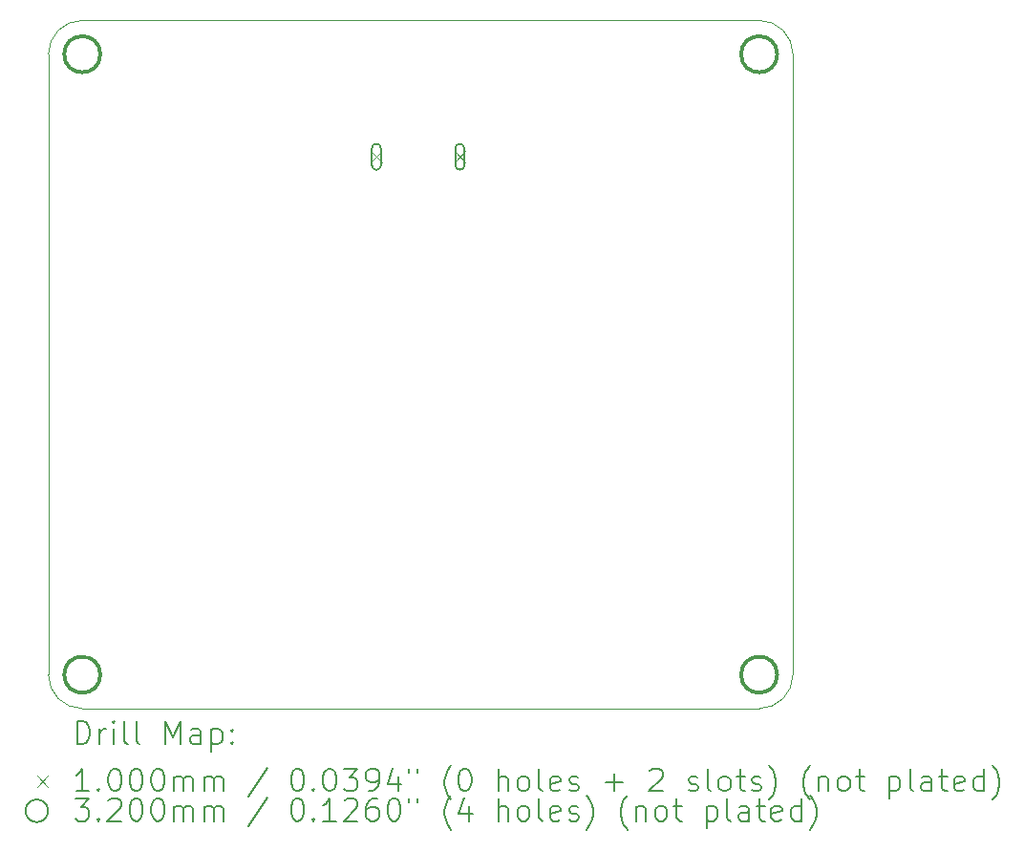
<source format=gbr>
%FSLAX45Y45*%
G04 Gerber Fmt 4.5, Leading zero omitted, Abs format (unit mm)*
G04 Created by KiCad (PCBNEW (6.0.0)) date 2022-05-09 15:37:38*
%MOMM*%
%LPD*%
G01*
G04 APERTURE LIST*
%TA.AperFunction,Profile*%
%ADD10C,0.050000*%
%TD*%
%ADD11C,0.200000*%
%ADD12C,0.100000*%
%ADD13C,0.320000*%
G04 APERTURE END LIST*
D10*
X7825150Y-12172600D02*
X7825150Y-6672600D01*
X8125150Y-12472600D02*
X14125150Y-12472600D01*
X14425150Y-12172600D02*
X14425150Y-6672600D01*
X14125150Y-6372600D02*
X8125150Y-6372600D01*
X7825150Y-12172600D02*
G75*
G03*
X8125150Y-12472600I300000J0D01*
G01*
X14425150Y-6672600D02*
G75*
G03*
X14125150Y-6372600I-300000J0D01*
G01*
X8125150Y-6372600D02*
G75*
G03*
X7825150Y-6672600I0J-300000D01*
G01*
X14125150Y-12472600D02*
G75*
G03*
X14425150Y-12172600I0J300000D01*
G01*
D11*
D12*
X10682550Y-7531530D02*
X10782550Y-7631530D01*
X10782550Y-7531530D02*
X10682550Y-7631530D01*
D11*
X10692550Y-7506530D02*
X10692550Y-7656530D01*
X10772550Y-7506530D02*
X10772550Y-7656530D01*
X10692550Y-7656530D02*
G75*
G03*
X10772550Y-7656530I40000J0D01*
G01*
X10772550Y-7506530D02*
G75*
G03*
X10692550Y-7506530I-40000J0D01*
G01*
D12*
X11422550Y-7531530D02*
X11522550Y-7631530D01*
X11522550Y-7531530D02*
X11422550Y-7631530D01*
D11*
X11432550Y-7506530D02*
X11432550Y-7656530D01*
X11512550Y-7506530D02*
X11512550Y-7656530D01*
X11432550Y-7656530D02*
G75*
G03*
X11512550Y-7656530I40000J0D01*
G01*
X11512550Y-7506530D02*
G75*
G03*
X11432550Y-7506530I-40000J0D01*
G01*
D13*
X8285150Y-6672600D02*
G75*
G03*
X8285150Y-6672600I-160000J0D01*
G01*
X8285150Y-12172600D02*
G75*
G03*
X8285150Y-12172600I-160000J0D01*
G01*
X14285150Y-6672600D02*
G75*
G03*
X14285150Y-6672600I-160000J0D01*
G01*
X14285150Y-12172600D02*
G75*
G03*
X14285150Y-12172600I-160000J0D01*
G01*
D11*
X8080269Y-12785576D02*
X8080269Y-12585576D01*
X8127888Y-12585576D01*
X8156459Y-12595100D01*
X8175507Y-12614148D01*
X8185031Y-12633195D01*
X8194555Y-12671290D01*
X8194555Y-12699862D01*
X8185031Y-12737957D01*
X8175507Y-12757005D01*
X8156459Y-12776052D01*
X8127888Y-12785576D01*
X8080269Y-12785576D01*
X8280269Y-12785576D02*
X8280269Y-12652243D01*
X8280269Y-12690338D02*
X8289793Y-12671290D01*
X8299317Y-12661767D01*
X8318364Y-12652243D01*
X8337412Y-12652243D01*
X8404079Y-12785576D02*
X8404079Y-12652243D01*
X8404079Y-12585576D02*
X8394555Y-12595100D01*
X8404079Y-12604624D01*
X8413602Y-12595100D01*
X8404079Y-12585576D01*
X8404079Y-12604624D01*
X8527888Y-12785576D02*
X8508840Y-12776052D01*
X8499317Y-12757005D01*
X8499317Y-12585576D01*
X8632650Y-12785576D02*
X8613602Y-12776052D01*
X8604079Y-12757005D01*
X8604079Y-12585576D01*
X8861221Y-12785576D02*
X8861221Y-12585576D01*
X8927888Y-12728433D01*
X8994555Y-12585576D01*
X8994555Y-12785576D01*
X9175507Y-12785576D02*
X9175507Y-12680814D01*
X9165983Y-12661767D01*
X9146936Y-12652243D01*
X9108840Y-12652243D01*
X9089793Y-12661767D01*
X9175507Y-12776052D02*
X9156460Y-12785576D01*
X9108840Y-12785576D01*
X9089793Y-12776052D01*
X9080269Y-12757005D01*
X9080269Y-12737957D01*
X9089793Y-12718909D01*
X9108840Y-12709386D01*
X9156460Y-12709386D01*
X9175507Y-12699862D01*
X9270745Y-12652243D02*
X9270745Y-12852243D01*
X9270745Y-12661767D02*
X9289793Y-12652243D01*
X9327888Y-12652243D01*
X9346936Y-12661767D01*
X9356460Y-12671290D01*
X9365983Y-12690338D01*
X9365983Y-12747481D01*
X9356460Y-12766528D01*
X9346936Y-12776052D01*
X9327888Y-12785576D01*
X9289793Y-12785576D01*
X9270745Y-12776052D01*
X9451698Y-12766528D02*
X9461221Y-12776052D01*
X9451698Y-12785576D01*
X9442174Y-12776052D01*
X9451698Y-12766528D01*
X9451698Y-12785576D01*
X9451698Y-12661767D02*
X9461221Y-12671290D01*
X9451698Y-12680814D01*
X9442174Y-12671290D01*
X9451698Y-12661767D01*
X9451698Y-12680814D01*
D12*
X7722650Y-13065100D02*
X7822650Y-13165100D01*
X7822650Y-13065100D02*
X7722650Y-13165100D01*
D11*
X8185031Y-13205576D02*
X8070745Y-13205576D01*
X8127888Y-13205576D02*
X8127888Y-13005576D01*
X8108840Y-13034148D01*
X8089793Y-13053195D01*
X8070745Y-13062719D01*
X8270745Y-13186528D02*
X8280269Y-13196052D01*
X8270745Y-13205576D01*
X8261221Y-13196052D01*
X8270745Y-13186528D01*
X8270745Y-13205576D01*
X8404079Y-13005576D02*
X8423126Y-13005576D01*
X8442174Y-13015100D01*
X8451698Y-13024624D01*
X8461221Y-13043671D01*
X8470745Y-13081767D01*
X8470745Y-13129386D01*
X8461221Y-13167481D01*
X8451698Y-13186528D01*
X8442174Y-13196052D01*
X8423126Y-13205576D01*
X8404079Y-13205576D01*
X8385031Y-13196052D01*
X8375507Y-13186528D01*
X8365983Y-13167481D01*
X8356459Y-13129386D01*
X8356459Y-13081767D01*
X8365983Y-13043671D01*
X8375507Y-13024624D01*
X8385031Y-13015100D01*
X8404079Y-13005576D01*
X8594555Y-13005576D02*
X8613602Y-13005576D01*
X8632650Y-13015100D01*
X8642174Y-13024624D01*
X8651698Y-13043671D01*
X8661221Y-13081767D01*
X8661221Y-13129386D01*
X8651698Y-13167481D01*
X8642174Y-13186528D01*
X8632650Y-13196052D01*
X8613602Y-13205576D01*
X8594555Y-13205576D01*
X8575507Y-13196052D01*
X8565983Y-13186528D01*
X8556460Y-13167481D01*
X8546936Y-13129386D01*
X8546936Y-13081767D01*
X8556460Y-13043671D01*
X8565983Y-13024624D01*
X8575507Y-13015100D01*
X8594555Y-13005576D01*
X8785031Y-13005576D02*
X8804079Y-13005576D01*
X8823126Y-13015100D01*
X8832650Y-13024624D01*
X8842174Y-13043671D01*
X8851698Y-13081767D01*
X8851698Y-13129386D01*
X8842174Y-13167481D01*
X8832650Y-13186528D01*
X8823126Y-13196052D01*
X8804079Y-13205576D01*
X8785031Y-13205576D01*
X8765983Y-13196052D01*
X8756460Y-13186528D01*
X8746936Y-13167481D01*
X8737412Y-13129386D01*
X8737412Y-13081767D01*
X8746936Y-13043671D01*
X8756460Y-13024624D01*
X8765983Y-13015100D01*
X8785031Y-13005576D01*
X8937412Y-13205576D02*
X8937412Y-13072243D01*
X8937412Y-13091290D02*
X8946936Y-13081767D01*
X8965983Y-13072243D01*
X8994555Y-13072243D01*
X9013602Y-13081767D01*
X9023126Y-13100814D01*
X9023126Y-13205576D01*
X9023126Y-13100814D02*
X9032650Y-13081767D01*
X9051698Y-13072243D01*
X9080269Y-13072243D01*
X9099317Y-13081767D01*
X9108840Y-13100814D01*
X9108840Y-13205576D01*
X9204079Y-13205576D02*
X9204079Y-13072243D01*
X9204079Y-13091290D02*
X9213602Y-13081767D01*
X9232650Y-13072243D01*
X9261221Y-13072243D01*
X9280269Y-13081767D01*
X9289793Y-13100814D01*
X9289793Y-13205576D01*
X9289793Y-13100814D02*
X9299317Y-13081767D01*
X9318364Y-13072243D01*
X9346936Y-13072243D01*
X9365983Y-13081767D01*
X9375507Y-13100814D01*
X9375507Y-13205576D01*
X9765983Y-12996052D02*
X9594555Y-13253195D01*
X10023126Y-13005576D02*
X10042174Y-13005576D01*
X10061221Y-13015100D01*
X10070745Y-13024624D01*
X10080269Y-13043671D01*
X10089793Y-13081767D01*
X10089793Y-13129386D01*
X10080269Y-13167481D01*
X10070745Y-13186528D01*
X10061221Y-13196052D01*
X10042174Y-13205576D01*
X10023126Y-13205576D01*
X10004079Y-13196052D01*
X9994555Y-13186528D01*
X9985031Y-13167481D01*
X9975507Y-13129386D01*
X9975507Y-13081767D01*
X9985031Y-13043671D01*
X9994555Y-13024624D01*
X10004079Y-13015100D01*
X10023126Y-13005576D01*
X10175507Y-13186528D02*
X10185031Y-13196052D01*
X10175507Y-13205576D01*
X10165983Y-13196052D01*
X10175507Y-13186528D01*
X10175507Y-13205576D01*
X10308840Y-13005576D02*
X10327888Y-13005576D01*
X10346936Y-13015100D01*
X10356460Y-13024624D01*
X10365983Y-13043671D01*
X10375507Y-13081767D01*
X10375507Y-13129386D01*
X10365983Y-13167481D01*
X10356460Y-13186528D01*
X10346936Y-13196052D01*
X10327888Y-13205576D01*
X10308840Y-13205576D01*
X10289793Y-13196052D01*
X10280269Y-13186528D01*
X10270745Y-13167481D01*
X10261221Y-13129386D01*
X10261221Y-13081767D01*
X10270745Y-13043671D01*
X10280269Y-13024624D01*
X10289793Y-13015100D01*
X10308840Y-13005576D01*
X10442174Y-13005576D02*
X10565983Y-13005576D01*
X10499317Y-13081767D01*
X10527888Y-13081767D01*
X10546936Y-13091290D01*
X10556460Y-13100814D01*
X10565983Y-13119862D01*
X10565983Y-13167481D01*
X10556460Y-13186528D01*
X10546936Y-13196052D01*
X10527888Y-13205576D01*
X10470745Y-13205576D01*
X10451698Y-13196052D01*
X10442174Y-13186528D01*
X10661221Y-13205576D02*
X10699317Y-13205576D01*
X10718364Y-13196052D01*
X10727888Y-13186528D01*
X10746936Y-13157957D01*
X10756460Y-13119862D01*
X10756460Y-13043671D01*
X10746936Y-13024624D01*
X10737412Y-13015100D01*
X10718364Y-13005576D01*
X10680269Y-13005576D01*
X10661221Y-13015100D01*
X10651698Y-13024624D01*
X10642174Y-13043671D01*
X10642174Y-13091290D01*
X10651698Y-13110338D01*
X10661221Y-13119862D01*
X10680269Y-13129386D01*
X10718364Y-13129386D01*
X10737412Y-13119862D01*
X10746936Y-13110338D01*
X10756460Y-13091290D01*
X10927888Y-13072243D02*
X10927888Y-13205576D01*
X10880269Y-12996052D02*
X10832650Y-13138909D01*
X10956460Y-13138909D01*
X11023126Y-13005576D02*
X11023126Y-13043671D01*
X11099317Y-13005576D02*
X11099317Y-13043671D01*
X11394555Y-13281767D02*
X11385031Y-13272243D01*
X11365983Y-13243671D01*
X11356459Y-13224624D01*
X11346936Y-13196052D01*
X11337412Y-13148433D01*
X11337412Y-13110338D01*
X11346936Y-13062719D01*
X11356459Y-13034148D01*
X11365983Y-13015100D01*
X11385031Y-12986528D01*
X11394555Y-12977005D01*
X11508840Y-13005576D02*
X11527888Y-13005576D01*
X11546936Y-13015100D01*
X11556459Y-13024624D01*
X11565983Y-13043671D01*
X11575507Y-13081767D01*
X11575507Y-13129386D01*
X11565983Y-13167481D01*
X11556459Y-13186528D01*
X11546936Y-13196052D01*
X11527888Y-13205576D01*
X11508840Y-13205576D01*
X11489793Y-13196052D01*
X11480269Y-13186528D01*
X11470745Y-13167481D01*
X11461221Y-13129386D01*
X11461221Y-13081767D01*
X11470745Y-13043671D01*
X11480269Y-13024624D01*
X11489793Y-13015100D01*
X11508840Y-13005576D01*
X11813602Y-13205576D02*
X11813602Y-13005576D01*
X11899317Y-13205576D02*
X11899317Y-13100814D01*
X11889793Y-13081767D01*
X11870745Y-13072243D01*
X11842174Y-13072243D01*
X11823126Y-13081767D01*
X11813602Y-13091290D01*
X12023126Y-13205576D02*
X12004078Y-13196052D01*
X11994555Y-13186528D01*
X11985031Y-13167481D01*
X11985031Y-13110338D01*
X11994555Y-13091290D01*
X12004078Y-13081767D01*
X12023126Y-13072243D01*
X12051698Y-13072243D01*
X12070745Y-13081767D01*
X12080269Y-13091290D01*
X12089793Y-13110338D01*
X12089793Y-13167481D01*
X12080269Y-13186528D01*
X12070745Y-13196052D01*
X12051698Y-13205576D01*
X12023126Y-13205576D01*
X12204078Y-13205576D02*
X12185031Y-13196052D01*
X12175507Y-13177005D01*
X12175507Y-13005576D01*
X12356459Y-13196052D02*
X12337412Y-13205576D01*
X12299317Y-13205576D01*
X12280269Y-13196052D01*
X12270745Y-13177005D01*
X12270745Y-13100814D01*
X12280269Y-13081767D01*
X12299317Y-13072243D01*
X12337412Y-13072243D01*
X12356459Y-13081767D01*
X12365983Y-13100814D01*
X12365983Y-13119862D01*
X12270745Y-13138909D01*
X12442174Y-13196052D02*
X12461221Y-13205576D01*
X12499317Y-13205576D01*
X12518364Y-13196052D01*
X12527888Y-13177005D01*
X12527888Y-13167481D01*
X12518364Y-13148433D01*
X12499317Y-13138909D01*
X12470745Y-13138909D01*
X12451698Y-13129386D01*
X12442174Y-13110338D01*
X12442174Y-13100814D01*
X12451698Y-13081767D01*
X12470745Y-13072243D01*
X12499317Y-13072243D01*
X12518364Y-13081767D01*
X12765983Y-13129386D02*
X12918364Y-13129386D01*
X12842174Y-13205576D02*
X12842174Y-13053195D01*
X13156459Y-13024624D02*
X13165983Y-13015100D01*
X13185031Y-13005576D01*
X13232650Y-13005576D01*
X13251698Y-13015100D01*
X13261221Y-13024624D01*
X13270745Y-13043671D01*
X13270745Y-13062719D01*
X13261221Y-13091290D01*
X13146936Y-13205576D01*
X13270745Y-13205576D01*
X13499317Y-13196052D02*
X13518364Y-13205576D01*
X13556459Y-13205576D01*
X13575507Y-13196052D01*
X13585031Y-13177005D01*
X13585031Y-13167481D01*
X13575507Y-13148433D01*
X13556459Y-13138909D01*
X13527888Y-13138909D01*
X13508840Y-13129386D01*
X13499317Y-13110338D01*
X13499317Y-13100814D01*
X13508840Y-13081767D01*
X13527888Y-13072243D01*
X13556459Y-13072243D01*
X13575507Y-13081767D01*
X13699317Y-13205576D02*
X13680269Y-13196052D01*
X13670745Y-13177005D01*
X13670745Y-13005576D01*
X13804078Y-13205576D02*
X13785031Y-13196052D01*
X13775507Y-13186528D01*
X13765983Y-13167481D01*
X13765983Y-13110338D01*
X13775507Y-13091290D01*
X13785031Y-13081767D01*
X13804078Y-13072243D01*
X13832650Y-13072243D01*
X13851698Y-13081767D01*
X13861221Y-13091290D01*
X13870745Y-13110338D01*
X13870745Y-13167481D01*
X13861221Y-13186528D01*
X13851698Y-13196052D01*
X13832650Y-13205576D01*
X13804078Y-13205576D01*
X13927888Y-13072243D02*
X14004078Y-13072243D01*
X13956459Y-13005576D02*
X13956459Y-13177005D01*
X13965983Y-13196052D01*
X13985031Y-13205576D01*
X14004078Y-13205576D01*
X14061221Y-13196052D02*
X14080269Y-13205576D01*
X14118364Y-13205576D01*
X14137412Y-13196052D01*
X14146936Y-13177005D01*
X14146936Y-13167481D01*
X14137412Y-13148433D01*
X14118364Y-13138909D01*
X14089793Y-13138909D01*
X14070745Y-13129386D01*
X14061221Y-13110338D01*
X14061221Y-13100814D01*
X14070745Y-13081767D01*
X14089793Y-13072243D01*
X14118364Y-13072243D01*
X14137412Y-13081767D01*
X14213602Y-13281767D02*
X14223126Y-13272243D01*
X14242174Y-13243671D01*
X14251698Y-13224624D01*
X14261221Y-13196052D01*
X14270745Y-13148433D01*
X14270745Y-13110338D01*
X14261221Y-13062719D01*
X14251698Y-13034148D01*
X14242174Y-13015100D01*
X14223126Y-12986528D01*
X14213602Y-12977005D01*
X14575507Y-13281767D02*
X14565983Y-13272243D01*
X14546936Y-13243671D01*
X14537412Y-13224624D01*
X14527888Y-13196052D01*
X14518364Y-13148433D01*
X14518364Y-13110338D01*
X14527888Y-13062719D01*
X14537412Y-13034148D01*
X14546936Y-13015100D01*
X14565983Y-12986528D01*
X14575507Y-12977005D01*
X14651698Y-13072243D02*
X14651698Y-13205576D01*
X14651698Y-13091290D02*
X14661221Y-13081767D01*
X14680269Y-13072243D01*
X14708840Y-13072243D01*
X14727888Y-13081767D01*
X14737412Y-13100814D01*
X14737412Y-13205576D01*
X14861221Y-13205576D02*
X14842174Y-13196052D01*
X14832650Y-13186528D01*
X14823126Y-13167481D01*
X14823126Y-13110338D01*
X14832650Y-13091290D01*
X14842174Y-13081767D01*
X14861221Y-13072243D01*
X14889793Y-13072243D01*
X14908840Y-13081767D01*
X14918364Y-13091290D01*
X14927888Y-13110338D01*
X14927888Y-13167481D01*
X14918364Y-13186528D01*
X14908840Y-13196052D01*
X14889793Y-13205576D01*
X14861221Y-13205576D01*
X14985031Y-13072243D02*
X15061221Y-13072243D01*
X15013602Y-13005576D02*
X15013602Y-13177005D01*
X15023126Y-13196052D01*
X15042174Y-13205576D01*
X15061221Y-13205576D01*
X15280269Y-13072243D02*
X15280269Y-13272243D01*
X15280269Y-13081767D02*
X15299317Y-13072243D01*
X15337412Y-13072243D01*
X15356459Y-13081767D01*
X15365983Y-13091290D01*
X15375507Y-13110338D01*
X15375507Y-13167481D01*
X15365983Y-13186528D01*
X15356459Y-13196052D01*
X15337412Y-13205576D01*
X15299317Y-13205576D01*
X15280269Y-13196052D01*
X15489793Y-13205576D02*
X15470745Y-13196052D01*
X15461221Y-13177005D01*
X15461221Y-13005576D01*
X15651698Y-13205576D02*
X15651698Y-13100814D01*
X15642174Y-13081767D01*
X15623126Y-13072243D01*
X15585031Y-13072243D01*
X15565983Y-13081767D01*
X15651698Y-13196052D02*
X15632650Y-13205576D01*
X15585031Y-13205576D01*
X15565983Y-13196052D01*
X15556459Y-13177005D01*
X15556459Y-13157957D01*
X15565983Y-13138909D01*
X15585031Y-13129386D01*
X15632650Y-13129386D01*
X15651698Y-13119862D01*
X15718364Y-13072243D02*
X15794555Y-13072243D01*
X15746936Y-13005576D02*
X15746936Y-13177005D01*
X15756459Y-13196052D01*
X15775507Y-13205576D01*
X15794555Y-13205576D01*
X15937412Y-13196052D02*
X15918364Y-13205576D01*
X15880269Y-13205576D01*
X15861221Y-13196052D01*
X15851698Y-13177005D01*
X15851698Y-13100814D01*
X15861221Y-13081767D01*
X15880269Y-13072243D01*
X15918364Y-13072243D01*
X15937412Y-13081767D01*
X15946936Y-13100814D01*
X15946936Y-13119862D01*
X15851698Y-13138909D01*
X16118364Y-13205576D02*
X16118364Y-13005576D01*
X16118364Y-13196052D02*
X16099317Y-13205576D01*
X16061221Y-13205576D01*
X16042174Y-13196052D01*
X16032650Y-13186528D01*
X16023126Y-13167481D01*
X16023126Y-13110338D01*
X16032650Y-13091290D01*
X16042174Y-13081767D01*
X16061221Y-13072243D01*
X16099317Y-13072243D01*
X16118364Y-13081767D01*
X16194555Y-13281767D02*
X16204078Y-13272243D01*
X16223126Y-13243671D01*
X16232650Y-13224624D01*
X16242174Y-13196052D01*
X16251698Y-13148433D01*
X16251698Y-13110338D01*
X16242174Y-13062719D01*
X16232650Y-13034148D01*
X16223126Y-13015100D01*
X16204078Y-12986528D01*
X16194555Y-12977005D01*
X7822650Y-13379100D02*
G75*
G03*
X7822650Y-13379100I-100000J0D01*
G01*
X8061221Y-13269576D02*
X8185031Y-13269576D01*
X8118364Y-13345767D01*
X8146936Y-13345767D01*
X8165983Y-13355290D01*
X8175507Y-13364814D01*
X8185031Y-13383862D01*
X8185031Y-13431481D01*
X8175507Y-13450528D01*
X8165983Y-13460052D01*
X8146936Y-13469576D01*
X8089793Y-13469576D01*
X8070745Y-13460052D01*
X8061221Y-13450528D01*
X8270745Y-13450528D02*
X8280269Y-13460052D01*
X8270745Y-13469576D01*
X8261221Y-13460052D01*
X8270745Y-13450528D01*
X8270745Y-13469576D01*
X8356459Y-13288624D02*
X8365983Y-13279100D01*
X8385031Y-13269576D01*
X8432650Y-13269576D01*
X8451698Y-13279100D01*
X8461221Y-13288624D01*
X8470745Y-13307671D01*
X8470745Y-13326719D01*
X8461221Y-13355290D01*
X8346936Y-13469576D01*
X8470745Y-13469576D01*
X8594555Y-13269576D02*
X8613602Y-13269576D01*
X8632650Y-13279100D01*
X8642174Y-13288624D01*
X8651698Y-13307671D01*
X8661221Y-13345767D01*
X8661221Y-13393386D01*
X8651698Y-13431481D01*
X8642174Y-13450528D01*
X8632650Y-13460052D01*
X8613602Y-13469576D01*
X8594555Y-13469576D01*
X8575507Y-13460052D01*
X8565983Y-13450528D01*
X8556460Y-13431481D01*
X8546936Y-13393386D01*
X8546936Y-13345767D01*
X8556460Y-13307671D01*
X8565983Y-13288624D01*
X8575507Y-13279100D01*
X8594555Y-13269576D01*
X8785031Y-13269576D02*
X8804079Y-13269576D01*
X8823126Y-13279100D01*
X8832650Y-13288624D01*
X8842174Y-13307671D01*
X8851698Y-13345767D01*
X8851698Y-13393386D01*
X8842174Y-13431481D01*
X8832650Y-13450528D01*
X8823126Y-13460052D01*
X8804079Y-13469576D01*
X8785031Y-13469576D01*
X8765983Y-13460052D01*
X8756460Y-13450528D01*
X8746936Y-13431481D01*
X8737412Y-13393386D01*
X8737412Y-13345767D01*
X8746936Y-13307671D01*
X8756460Y-13288624D01*
X8765983Y-13279100D01*
X8785031Y-13269576D01*
X8937412Y-13469576D02*
X8937412Y-13336243D01*
X8937412Y-13355290D02*
X8946936Y-13345767D01*
X8965983Y-13336243D01*
X8994555Y-13336243D01*
X9013602Y-13345767D01*
X9023126Y-13364814D01*
X9023126Y-13469576D01*
X9023126Y-13364814D02*
X9032650Y-13345767D01*
X9051698Y-13336243D01*
X9080269Y-13336243D01*
X9099317Y-13345767D01*
X9108840Y-13364814D01*
X9108840Y-13469576D01*
X9204079Y-13469576D02*
X9204079Y-13336243D01*
X9204079Y-13355290D02*
X9213602Y-13345767D01*
X9232650Y-13336243D01*
X9261221Y-13336243D01*
X9280269Y-13345767D01*
X9289793Y-13364814D01*
X9289793Y-13469576D01*
X9289793Y-13364814D02*
X9299317Y-13345767D01*
X9318364Y-13336243D01*
X9346936Y-13336243D01*
X9365983Y-13345767D01*
X9375507Y-13364814D01*
X9375507Y-13469576D01*
X9765983Y-13260052D02*
X9594555Y-13517195D01*
X10023126Y-13269576D02*
X10042174Y-13269576D01*
X10061221Y-13279100D01*
X10070745Y-13288624D01*
X10080269Y-13307671D01*
X10089793Y-13345767D01*
X10089793Y-13393386D01*
X10080269Y-13431481D01*
X10070745Y-13450528D01*
X10061221Y-13460052D01*
X10042174Y-13469576D01*
X10023126Y-13469576D01*
X10004079Y-13460052D01*
X9994555Y-13450528D01*
X9985031Y-13431481D01*
X9975507Y-13393386D01*
X9975507Y-13345767D01*
X9985031Y-13307671D01*
X9994555Y-13288624D01*
X10004079Y-13279100D01*
X10023126Y-13269576D01*
X10175507Y-13450528D02*
X10185031Y-13460052D01*
X10175507Y-13469576D01*
X10165983Y-13460052D01*
X10175507Y-13450528D01*
X10175507Y-13469576D01*
X10375507Y-13469576D02*
X10261221Y-13469576D01*
X10318364Y-13469576D02*
X10318364Y-13269576D01*
X10299317Y-13298148D01*
X10280269Y-13317195D01*
X10261221Y-13326719D01*
X10451698Y-13288624D02*
X10461221Y-13279100D01*
X10480269Y-13269576D01*
X10527888Y-13269576D01*
X10546936Y-13279100D01*
X10556460Y-13288624D01*
X10565983Y-13307671D01*
X10565983Y-13326719D01*
X10556460Y-13355290D01*
X10442174Y-13469576D01*
X10565983Y-13469576D01*
X10737412Y-13269576D02*
X10699317Y-13269576D01*
X10680269Y-13279100D01*
X10670745Y-13288624D01*
X10651698Y-13317195D01*
X10642174Y-13355290D01*
X10642174Y-13431481D01*
X10651698Y-13450528D01*
X10661221Y-13460052D01*
X10680269Y-13469576D01*
X10718364Y-13469576D01*
X10737412Y-13460052D01*
X10746936Y-13450528D01*
X10756460Y-13431481D01*
X10756460Y-13383862D01*
X10746936Y-13364814D01*
X10737412Y-13355290D01*
X10718364Y-13345767D01*
X10680269Y-13345767D01*
X10661221Y-13355290D01*
X10651698Y-13364814D01*
X10642174Y-13383862D01*
X10880269Y-13269576D02*
X10899317Y-13269576D01*
X10918364Y-13279100D01*
X10927888Y-13288624D01*
X10937412Y-13307671D01*
X10946936Y-13345767D01*
X10946936Y-13393386D01*
X10937412Y-13431481D01*
X10927888Y-13450528D01*
X10918364Y-13460052D01*
X10899317Y-13469576D01*
X10880269Y-13469576D01*
X10861221Y-13460052D01*
X10851698Y-13450528D01*
X10842174Y-13431481D01*
X10832650Y-13393386D01*
X10832650Y-13345767D01*
X10842174Y-13307671D01*
X10851698Y-13288624D01*
X10861221Y-13279100D01*
X10880269Y-13269576D01*
X11023126Y-13269576D02*
X11023126Y-13307671D01*
X11099317Y-13269576D02*
X11099317Y-13307671D01*
X11394555Y-13545767D02*
X11385031Y-13536243D01*
X11365983Y-13507671D01*
X11356459Y-13488624D01*
X11346936Y-13460052D01*
X11337412Y-13412433D01*
X11337412Y-13374338D01*
X11346936Y-13326719D01*
X11356459Y-13298148D01*
X11365983Y-13279100D01*
X11385031Y-13250528D01*
X11394555Y-13241005D01*
X11556459Y-13336243D02*
X11556459Y-13469576D01*
X11508840Y-13260052D02*
X11461221Y-13402909D01*
X11585031Y-13402909D01*
X11813602Y-13469576D02*
X11813602Y-13269576D01*
X11899317Y-13469576D02*
X11899317Y-13364814D01*
X11889793Y-13345767D01*
X11870745Y-13336243D01*
X11842174Y-13336243D01*
X11823126Y-13345767D01*
X11813602Y-13355290D01*
X12023126Y-13469576D02*
X12004078Y-13460052D01*
X11994555Y-13450528D01*
X11985031Y-13431481D01*
X11985031Y-13374338D01*
X11994555Y-13355290D01*
X12004078Y-13345767D01*
X12023126Y-13336243D01*
X12051698Y-13336243D01*
X12070745Y-13345767D01*
X12080269Y-13355290D01*
X12089793Y-13374338D01*
X12089793Y-13431481D01*
X12080269Y-13450528D01*
X12070745Y-13460052D01*
X12051698Y-13469576D01*
X12023126Y-13469576D01*
X12204078Y-13469576D02*
X12185031Y-13460052D01*
X12175507Y-13441005D01*
X12175507Y-13269576D01*
X12356459Y-13460052D02*
X12337412Y-13469576D01*
X12299317Y-13469576D01*
X12280269Y-13460052D01*
X12270745Y-13441005D01*
X12270745Y-13364814D01*
X12280269Y-13345767D01*
X12299317Y-13336243D01*
X12337412Y-13336243D01*
X12356459Y-13345767D01*
X12365983Y-13364814D01*
X12365983Y-13383862D01*
X12270745Y-13402909D01*
X12442174Y-13460052D02*
X12461221Y-13469576D01*
X12499317Y-13469576D01*
X12518364Y-13460052D01*
X12527888Y-13441005D01*
X12527888Y-13431481D01*
X12518364Y-13412433D01*
X12499317Y-13402909D01*
X12470745Y-13402909D01*
X12451698Y-13393386D01*
X12442174Y-13374338D01*
X12442174Y-13364814D01*
X12451698Y-13345767D01*
X12470745Y-13336243D01*
X12499317Y-13336243D01*
X12518364Y-13345767D01*
X12594555Y-13545767D02*
X12604078Y-13536243D01*
X12623126Y-13507671D01*
X12632650Y-13488624D01*
X12642174Y-13460052D01*
X12651698Y-13412433D01*
X12651698Y-13374338D01*
X12642174Y-13326719D01*
X12632650Y-13298148D01*
X12623126Y-13279100D01*
X12604078Y-13250528D01*
X12594555Y-13241005D01*
X12956459Y-13545767D02*
X12946936Y-13536243D01*
X12927888Y-13507671D01*
X12918364Y-13488624D01*
X12908840Y-13460052D01*
X12899317Y-13412433D01*
X12899317Y-13374338D01*
X12908840Y-13326719D01*
X12918364Y-13298148D01*
X12927888Y-13279100D01*
X12946936Y-13250528D01*
X12956459Y-13241005D01*
X13032650Y-13336243D02*
X13032650Y-13469576D01*
X13032650Y-13355290D02*
X13042174Y-13345767D01*
X13061221Y-13336243D01*
X13089793Y-13336243D01*
X13108840Y-13345767D01*
X13118364Y-13364814D01*
X13118364Y-13469576D01*
X13242174Y-13469576D02*
X13223126Y-13460052D01*
X13213602Y-13450528D01*
X13204078Y-13431481D01*
X13204078Y-13374338D01*
X13213602Y-13355290D01*
X13223126Y-13345767D01*
X13242174Y-13336243D01*
X13270745Y-13336243D01*
X13289793Y-13345767D01*
X13299317Y-13355290D01*
X13308840Y-13374338D01*
X13308840Y-13431481D01*
X13299317Y-13450528D01*
X13289793Y-13460052D01*
X13270745Y-13469576D01*
X13242174Y-13469576D01*
X13365983Y-13336243D02*
X13442174Y-13336243D01*
X13394555Y-13269576D02*
X13394555Y-13441005D01*
X13404078Y-13460052D01*
X13423126Y-13469576D01*
X13442174Y-13469576D01*
X13661221Y-13336243D02*
X13661221Y-13536243D01*
X13661221Y-13345767D02*
X13680269Y-13336243D01*
X13718364Y-13336243D01*
X13737412Y-13345767D01*
X13746936Y-13355290D01*
X13756459Y-13374338D01*
X13756459Y-13431481D01*
X13746936Y-13450528D01*
X13737412Y-13460052D01*
X13718364Y-13469576D01*
X13680269Y-13469576D01*
X13661221Y-13460052D01*
X13870745Y-13469576D02*
X13851698Y-13460052D01*
X13842174Y-13441005D01*
X13842174Y-13269576D01*
X14032650Y-13469576D02*
X14032650Y-13364814D01*
X14023126Y-13345767D01*
X14004078Y-13336243D01*
X13965983Y-13336243D01*
X13946936Y-13345767D01*
X14032650Y-13460052D02*
X14013602Y-13469576D01*
X13965983Y-13469576D01*
X13946936Y-13460052D01*
X13937412Y-13441005D01*
X13937412Y-13421957D01*
X13946936Y-13402909D01*
X13965983Y-13393386D01*
X14013602Y-13393386D01*
X14032650Y-13383862D01*
X14099317Y-13336243D02*
X14175507Y-13336243D01*
X14127888Y-13269576D02*
X14127888Y-13441005D01*
X14137412Y-13460052D01*
X14156459Y-13469576D01*
X14175507Y-13469576D01*
X14318364Y-13460052D02*
X14299317Y-13469576D01*
X14261221Y-13469576D01*
X14242174Y-13460052D01*
X14232650Y-13441005D01*
X14232650Y-13364814D01*
X14242174Y-13345767D01*
X14261221Y-13336243D01*
X14299317Y-13336243D01*
X14318364Y-13345767D01*
X14327888Y-13364814D01*
X14327888Y-13383862D01*
X14232650Y-13402909D01*
X14499317Y-13469576D02*
X14499317Y-13269576D01*
X14499317Y-13460052D02*
X14480269Y-13469576D01*
X14442174Y-13469576D01*
X14423126Y-13460052D01*
X14413602Y-13450528D01*
X14404078Y-13431481D01*
X14404078Y-13374338D01*
X14413602Y-13355290D01*
X14423126Y-13345767D01*
X14442174Y-13336243D01*
X14480269Y-13336243D01*
X14499317Y-13345767D01*
X14575507Y-13545767D02*
X14585031Y-13536243D01*
X14604078Y-13507671D01*
X14613602Y-13488624D01*
X14623126Y-13460052D01*
X14632650Y-13412433D01*
X14632650Y-13374338D01*
X14623126Y-13326719D01*
X14613602Y-13298148D01*
X14604078Y-13279100D01*
X14585031Y-13250528D01*
X14575507Y-13241005D01*
M02*

</source>
